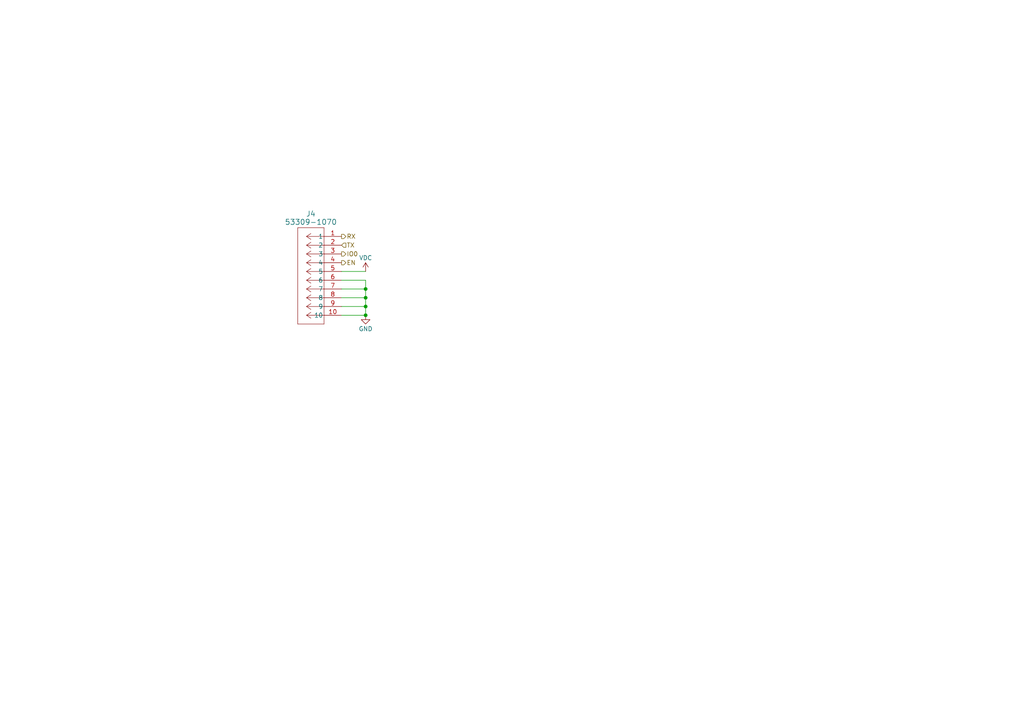
<source format=kicad_sch>
(kicad_sch (version 20230121) (generator eeschema)
  (paper "A4")
  (title_block (rev "1.0"))
  (lib_symbols
    (symbol "manul_tech:53309-1070" (pin_names (offset 0.254))
      (property "Reference" "J" (at 2.54 16.51 0))
      (property "Value" "53309-1070" (at 2.54 13.97 0))
      (symbol "53309-1070_1_1"
        (polyline (pts (xy -1.27 -15.24) (xy 6.35 -15.24)) (stroke (width 0.127)))
        (polyline (pts (xy -1.27 12.7) (xy -1.27 -15.24)) (stroke (width 0.127)))
        (polyline (pts (xy 3.81 -12.7) (xy -1.27 -12.7)) (stroke (width 0.127)))
        (polyline (pts (xy 3.81 -12.7) (xy 2.54 -13.5467)) (stroke (width 0.127)))
        (polyline (pts (xy 3.81 -12.7) (xy 2.54 -11.8533)) (stroke (width 0.127)))
        (polyline (pts (xy 3.81 -10.16) (xy -1.27 -10.16)) (stroke (width 0.127)))
        (polyline (pts (xy 3.81 -10.16) (xy 2.54 -11.0067)) (stroke (width 0.127)))
        (polyline (pts (xy 3.81 -10.16) (xy 2.54 -9.3133)) (stroke (width 0.127)))
        (polyline (pts (xy 3.81 -7.62) (xy -1.27 -7.62)) (stroke (width 0.127)))
        (polyline (pts (xy 3.81 -7.62) (xy 2.54 -8.4667)) (stroke (width 0.127)))
        (polyline (pts (xy 3.81 -7.62) (xy 2.54 -6.7733)) (stroke (width 0.127)))
        (polyline (pts (xy 3.81 -5.08) (xy -1.27 -5.08)) (stroke (width 0.127)))
        (polyline (pts (xy 3.81 -5.08) (xy 2.54 -5.9267)) (stroke (width 0.127)))
        (polyline (pts (xy 3.81 -5.08) (xy 2.54 -4.2333)) (stroke (width 0.127)))
        (polyline (pts (xy 3.81 -2.54) (xy -1.27 -2.54)) (stroke (width 0.127)))
        (polyline (pts (xy 3.81 -2.54) (xy 2.54 -3.3867)) (stroke (width 0.127)))
        (polyline (pts (xy 3.81 -2.54) (xy 2.54 -1.6933)) (stroke (width 0.127)))
        (polyline (pts (xy 3.81 0) (xy -1.27 0)) (stroke (width 0.127)))
        (polyline (pts (xy 3.81 0) (xy 2.54 -0.8467)) (stroke (width 0.127)))
        (polyline (pts (xy 3.81 0) (xy 2.54 0.8467)) (stroke (width 0.127)))
        (polyline (pts (xy 3.81 2.54) (xy -1.27 2.54)) (stroke (width 0.127)))
        (polyline (pts (xy 3.81 2.54) (xy 2.54 1.6933)) (stroke (width 0.127)))
        (polyline (pts (xy 3.81 2.54) (xy 2.54 3.3867)) (stroke (width 0.127)))
        (polyline (pts (xy 3.81 5.08) (xy -1.27 5.08)) (stroke (width 0.127)))
        (polyline (pts (xy 3.81 5.08) (xy 2.54 4.2333)) (stroke (width 0.127)))
        (polyline (pts (xy 3.81 5.08) (xy 2.54 5.9267)) (stroke (width 0.127)))
        (polyline (pts (xy 3.81 7.62) (xy -1.27 7.62)) (stroke (width 0.127)))
        (polyline (pts (xy 3.81 7.62) (xy 2.54 6.7733)) (stroke (width 0.127)))
        (polyline (pts (xy 3.81 7.62) (xy 2.54 8.4667)) (stroke (width 0.127)))
        (polyline (pts (xy 3.81 10.16) (xy -1.27 10.16)) (stroke (width 0.127)))
        (polyline (pts (xy 3.81 10.16) (xy 2.54 9.3133)) (stroke (width 0.127)))
        (polyline (pts (xy 3.81 10.16) (xy 2.54 11.0067)) (stroke (width 0.127)))
        (polyline (pts (xy 6.35 -15.24) (xy 6.35 12.7)) (stroke (width 0.127)))
        (polyline (pts (xy 6.35 12.7) (xy -1.27 12.7)) (stroke (width 0.127)))
        (pin unspecified line (at -6.35 10.16 0) (length 5.08) (name "1") (number "1"))
        (pin unspecified line (at -6.35 -12.7 0) (length 5.08) (name "10") (number "10"))
        (pin unspecified line (at -6.35 7.62 0) (length 5.08) (name "2") (number "2"))
        (pin unspecified line (at -6.35 5.08 0) (length 5.08) (name "3") (number "3"))
        (pin unspecified line (at -6.35 2.54 0) (length 5.08) (name "4") (number "4"))
        (pin unspecified line (at -6.35 0 0) (length 5.08) (name "5") (number "5"))
        (pin unspecified line (at -6.35 -2.54 0) (length 5.08) (name "6") (number "6"))
        (pin unspecified line (at -6.35 -5.08 0) (length 5.08) (name "7") (number "7"))
        (pin unspecified line (at -6.35 -7.62 0) (length 5.08) (name "8") (number "8"))
        (pin unspecified line (at -6.35 -10.16 0) (length 5.08) (name "9") (number "9"))
      )
      (symbol "53309-1070_1_2"
        (polyline (pts (xy 5.08 -25.4) (xy 12.7 -25.4)) (stroke (width 0.127)))
        (polyline (pts (xy 5.08 2.54) (xy 5.08 -25.4)) (stroke (width 0.127)))
        (polyline (pts (xy 7.62 -22.86) (xy 5.08 -22.86)) (stroke (width 0.127)))
        (polyline (pts (xy 7.62 -22.86) (xy 8.89 -23.7067)) (stroke (width 0.127)))
        (polyline (pts (xy 7.62 -22.86) (xy 8.89 -22.0133)) (stroke (width 0.127)))
        (polyline (pts (xy 7.62 -20.32) (xy 5.08 -20.32)) (stroke (width 0.127)))
        (polyline (pts (xy 7.62 -20.32) (xy 8.89 -21.1667)) (stroke (width 0.127)))
        (polyline (pts (xy 7.62 -20.32) (xy 8.89 -19.4733)) (stroke (width 0.127)))
        (polyline (pts (xy 7.62 -17.78) (xy 5.08 -17.78)) (stroke (width 0.127)))
        (polyline (pts (xy 7.62 -17.78) (xy 8.89 -18.6267)) (stroke (width 0.127)))
        (polyline (pts (xy 7.62 -17.78) (xy 8.89 -16.9333)) (stroke (width 0.127)))
        (polyline (pts (xy 7.62 -15.24) (xy 5.08 -15.24)) (stroke (width 0.127)))
        (polyline (pts (xy 7.62 -15.24) (xy 8.89 -16.0867)) (stroke (width 0.127)))
        (polyline (pts (xy 7.62 -15.24) (xy 8.89 -14.3933)) (stroke (width 0.127)))
        (polyline (pts (xy 7.62 -12.7) (xy 5.08 -12.7)) (stroke (width 0.127)))
        (polyline (pts (xy 7.62 -12.7) (xy 8.89 -13.5467)) (stroke (width 0.127)))
        (polyline (pts (xy 7.62 -12.7) (xy 8.89 -11.8533)) (stroke (width 0.127)))
        (polyline (pts (xy 7.62 -10.16) (xy 5.08 -10.16)) (stroke (width 0.127)))
        (polyline (pts (xy 7.62 -10.16) (xy 8.89 -11.0067)) (stroke (width 0.127)))
        (polyline (pts (xy 7.62 -10.16) (xy 8.89 -9.3133)) (stroke (width 0.127)))
        (polyline (pts (xy 7.62 -7.62) (xy 5.08 -7.62)) (stroke (width 0.127)))
        (polyline (pts (xy 7.62 -7.62) (xy 8.89 -8.4667)) (stroke (width 0.127)))
        (polyline (pts (xy 7.62 -7.62) (xy 8.89 -6.7733)) (stroke (width 0.127)))
        (polyline (pts (xy 7.62 -5.08) (xy 5.08 -5.08)) (stroke (width 0.127)))
        (polyline (pts (xy 7.62 -5.08) (xy 8.89 -5.9267)) (stroke (width 0.127)))
        (polyline (pts (xy 7.62 -5.08) (xy 8.89 -4.2333)) (stroke (width 0.127)))
        (polyline (pts (xy 7.62 -2.54) (xy 5.08 -2.54)) (stroke (width 0.127)))
        (polyline (pts (xy 7.62 -2.54) (xy 8.89 -3.3867)) (stroke (width 0.127)))
        (polyline (pts (xy 7.62 -2.54) (xy 8.89 -1.6933)) (stroke (width 0.127)))
        (polyline (pts (xy 7.62 0) (xy 5.08 0)) (stroke (width 0.127)))
        (polyline (pts (xy 7.62 0) (xy 8.89 -0.8467)) (stroke (width 0.127)))
        (polyline (pts (xy 7.62 0) (xy 8.89 0.8467)) (stroke (width 0.127)))
        (polyline (pts (xy 12.7 -25.4) (xy 12.7 2.54)) (stroke (width 0.127)))
        (polyline (pts (xy 12.7 2.54) (xy 5.08 2.54)) (stroke (width 0.127)))
        (pin unspecified line (at 0 0 0) (length 5.08) (name "1") (number "1"))
        (pin unspecified line (at 0 -22.86 0) (length 5.08) (name "10") (number "10"))
        (pin unspecified line (at 0 -2.54 0) (length 5.08) (name "2") (number "2"))
        (pin unspecified line (at 0 -5.08 0) (length 5.08) (name "3") (number "3"))
        (pin unspecified line (at 0 -7.62 0) (length 5.08) (name "4") (number "4"))
        (pin unspecified line (at 0 -10.16 0) (length 5.08) (name "5") (number "5"))
        (pin unspecified line (at 0 -12.7 0) (length 5.08) (name "6") (number "6"))
        (pin unspecified line (at 0 -15.24 0) (length 5.08) (name "7") (number "7"))
        (pin unspecified line (at 0 -17.78 0) (length 5.08) (name "8") (number "8"))
        (pin unspecified line (at 0 -20.32 0) (length 5.08) (name "9") (number "9"))
      )
    )
    (symbol "power:GND" (power) (pin_names (offset 0))
      (property "Value" "GND" (at 0 -3.81 0))
      (symbol "GND_0_1"
        (polyline (pts (xy 0 0) (xy 0 -1.27) (xy 1.27 -1.27) (xy 0 -2.54) (xy -1.27 -1.27) (xy 0 -1.27)))
      )
      (symbol "GND_1_1"
        (pin power_in line (at 0 0 270) (length 0) hide (name "GND") (number "1"))
      )
    )
    (symbol "power:VDC" (power) (pin_names (offset 0))
      (property "Value" "VDC" (at 0 6.35 0))
      (symbol "VDC_0_1"
        (polyline (pts (xy -0.762 1.27) (xy 0 2.54)))
        (polyline (pts (xy 0 0) (xy 0 2.54)))
        (polyline (pts (xy 0 2.54) (xy 0.762 1.27)))
      )
      (symbol "VDC_1_1"
        (pin power_in line (at 0 0 90) (length 0) hide (name "VDC") (number "1"))
      )
    )
  )
  (junction (at 106.045 83.82))
  (junction (at 106.045 88.9))
  (junction (at 106.045 91.44))
  (junction (at 106.045 86.36))
  (wire (pts (xy 99.06 83.82) (xy 106.045 83.82)))
  (wire (pts (xy 106.045 88.9) (xy 106.045 91.44)))
  (wire (pts (xy 99.06 78.74) (xy 106.045 78.74)))
  (wire (pts (xy 99.06 91.44) (xy 106.045 91.44)))
  (wire (pts (xy 99.06 81.28) (xy 106.045 81.28)))
  (wire (pts (xy 99.06 86.36) (xy 106.045 86.36)))
  (wire (pts (xy 106.045 81.28) (xy 106.045 83.82)))
  (wire (pts (xy 99.06 88.9) (xy 106.045 88.9)))
  (wire (pts (xy 106.045 86.36) (xy 106.045 88.9)))
  (wire (pts (xy 106.045 83.82) (xy 106.045 86.36)))
  (hierarchical_label "TX" (shape input) (at 99.06 71.12 0))
  (hierarchical_label "IO0" (shape output) (at 99.06 73.66 0))
  (hierarchical_label "RX" (shape output) (at 99.06 68.58 0))
  (hierarchical_label "EN" (shape output) (at 99.06 76.2 0))
  (symbol (lib_id "power:VDC") (at 106.045 78.74 0) (unit 1)
    (property "Reference" "#PWR017" (effects hide))
    (property "Value" "VDC" (at 106.045 74.795 0))
  )
  (symbol (lib_id "power:GND") (at 106.045 91.44 0) (unit 1)
    (property "Reference" "#PWR019" (effects hide))
    (property "Value" "GND" (at 106.045 95.385 0))
  )
  (symbol (lib_id "manul_tech:53309-1070") (at 92.71 78.74 0) (mirror y) (unit 1)
    (property "Reference" "J4" (at 90.17 62.0237 0) (effects (font (size 1.524 1.524))))
    (property "Value" "53309-1070" (at 90.17 64.4049 0) (effects (font (size 1.524 1.524))))
    (property "Footprint" "manul_tech:CON_533091070" (effects hide))
    (property "Datasheet" "533091070" (effects hide))
    (property "mates_with" "52465-1071" (effects hide))
  )
)
</source>
